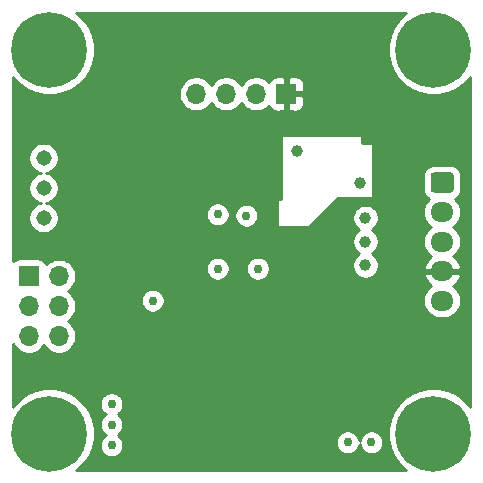
<source format=gbr>
G04 #@! TF.GenerationSoftware,KiCad,Pcbnew,(5.1.6-0-10_14)*
G04 #@! TF.CreationDate,2020-09-06T19:08:14+02:00*
G04 #@! TF.ProjectId,Tachometer pcb,54616368-6f6d-4657-9465-72207063622e,V2.0*
G04 #@! TF.SameCoordinates,Original*
G04 #@! TF.FileFunction,Copper,L3,Inr*
G04 #@! TF.FilePolarity,Positive*
%FSLAX46Y46*%
G04 Gerber Fmt 4.6, Leading zero omitted, Abs format (unit mm)*
G04 Created by KiCad (PCBNEW (5.1.6-0-10_14)) date 2020-09-06 19:08:14*
%MOMM*%
%LPD*%
G01*
G04 APERTURE LIST*
G04 #@! TA.AperFunction,ViaPad*
%ADD10C,1.308000*%
G04 #@! TD*
G04 #@! TA.AperFunction,ViaPad*
%ADD11O,1.700000X1.700000*%
G04 #@! TD*
G04 #@! TA.AperFunction,ViaPad*
%ADD12R,1.700000X1.700000*%
G04 #@! TD*
G04 #@! TA.AperFunction,ViaPad*
%ADD13O,1.950000X1.700000*%
G04 #@! TD*
G04 #@! TA.AperFunction,ViaPad*
%ADD14C,0.800000*%
G04 #@! TD*
G04 #@! TA.AperFunction,ViaPad*
%ADD15C,6.400000*%
G04 #@! TD*
G04 #@! TA.AperFunction,ViaPad*
%ADD16C,1.000000*%
G04 #@! TD*
G04 #@! TA.AperFunction,ViaPad*
%ADD17C,0.750000*%
G04 #@! TD*
G04 #@! TA.AperFunction,Conductor*
%ADD18C,0.254000*%
G04 #@! TD*
G04 APERTURE END LIST*
D10*
X138250000Y-103000000D03*
X138250000Y-97920000D03*
X138250000Y-100460000D03*
D11*
X139540000Y-113000000D03*
X137000000Y-113000000D03*
X139540000Y-110460000D03*
X137000000Y-110460000D03*
X139540000Y-107920000D03*
D12*
X137000000Y-107920000D03*
D13*
X172000000Y-110000000D03*
X172000000Y-107500000D03*
X172000000Y-105000000D03*
X172000000Y-102500000D03*
G04 #@! TA.AperFunction,ViaPad*
G36*
G01*
X171275000Y-99150000D02*
X172725000Y-99150000D01*
G75*
G02*
X172975000Y-99400000I0J-250000D01*
G01*
X172975000Y-100600000D01*
G75*
G02*
X172725000Y-100850000I-250000J0D01*
G01*
X171275000Y-100850000D01*
G75*
G02*
X171025000Y-100600000I0J250000D01*
G01*
X171025000Y-99400000D01*
G75*
G02*
X171275000Y-99150000I250000J0D01*
G01*
G37*
G04 #@! TD.AperFunction*
D11*
X151180000Y-92500000D03*
X153720000Y-92500000D03*
X156260000Y-92500000D03*
D12*
X158800000Y-92500000D03*
D14*
X140447056Y-119552944D03*
X138750000Y-118850000D03*
X137052944Y-119552944D03*
X136350000Y-121250000D03*
X137052944Y-122947056D03*
X138750000Y-123650000D03*
X140447056Y-122947056D03*
X141150000Y-121250000D03*
D15*
X138750000Y-121250000D03*
X171250000Y-121250000D03*
D14*
X173650000Y-121250000D03*
X172947056Y-122947056D03*
X171250000Y-123650000D03*
X169552944Y-122947056D03*
X168850000Y-121250000D03*
X169552944Y-119552944D03*
X171250000Y-118850000D03*
X172947056Y-119552944D03*
X172947056Y-87052944D03*
X171250000Y-86350000D03*
X169552944Y-87052944D03*
X168850000Y-88750000D03*
X169552944Y-90447056D03*
X171250000Y-91150000D03*
X172947056Y-90447056D03*
X173650000Y-88750000D03*
D15*
X171250000Y-88750000D03*
D14*
X140447056Y-87052944D03*
X138750000Y-86350000D03*
X137052944Y-87052944D03*
X136350000Y-88750000D03*
X137052944Y-90447056D03*
X138750000Y-91150000D03*
X140447056Y-90447056D03*
X141150000Y-88750000D03*
D15*
X138750000Y-88750000D03*
D16*
X159700000Y-97300000D03*
X165000000Y-100000000D03*
X165500000Y-103000000D03*
X165500000Y-105000000D03*
X165500000Y-107000000D03*
D17*
X144000000Y-118750000D03*
X144000000Y-120500000D03*
X144000000Y-122250000D03*
X166000000Y-122000000D03*
X164000000Y-122000000D03*
X143700000Y-117000000D03*
X155400000Y-102800000D03*
X147500000Y-110000000D03*
X153000000Y-102700000D03*
X163000000Y-106200000D03*
D16*
X145500000Y-110000000D03*
X147500000Y-108000000D03*
X158600000Y-112700000D03*
X156100000Y-112700000D03*
X158600000Y-115200000D03*
X153600000Y-112700000D03*
X145500000Y-105500000D03*
D17*
X163000000Y-102900000D03*
X153000000Y-107300000D03*
X156400000Y-107300000D03*
D18*
G36*
X168805330Y-85771161D02*
G01*
X168271161Y-86305330D01*
X167851467Y-86933446D01*
X167562377Y-87631372D01*
X167415000Y-88372285D01*
X167415000Y-89127715D01*
X167562377Y-89868628D01*
X167851467Y-90566554D01*
X168271161Y-91194670D01*
X168805330Y-91728839D01*
X169433446Y-92148533D01*
X170131372Y-92437623D01*
X170872285Y-92585000D01*
X171627715Y-92585000D01*
X172368628Y-92437623D01*
X173066554Y-92148533D01*
X173694670Y-91728839D01*
X174228839Y-91194670D01*
X174340000Y-91028306D01*
X174340001Y-118971695D01*
X174228839Y-118805330D01*
X173694670Y-118271161D01*
X173066554Y-117851467D01*
X172368628Y-117562377D01*
X171627715Y-117415000D01*
X170872285Y-117415000D01*
X170131372Y-117562377D01*
X169433446Y-117851467D01*
X168805330Y-118271161D01*
X168271161Y-118805330D01*
X167851467Y-119433446D01*
X167562377Y-120131372D01*
X167415000Y-120872285D01*
X167415000Y-121627715D01*
X167562377Y-122368628D01*
X167851467Y-123066554D01*
X168271161Y-123694670D01*
X168805330Y-124228839D01*
X168971694Y-124340000D01*
X141028306Y-124340000D01*
X141194670Y-124228839D01*
X141728839Y-123694670D01*
X142148533Y-123066554D01*
X142437623Y-122368628D01*
X142585000Y-121627715D01*
X142585000Y-120872285D01*
X142437623Y-120131372D01*
X142148533Y-119433446D01*
X141728839Y-118805330D01*
X141574033Y-118650524D01*
X142990000Y-118650524D01*
X142990000Y-118849476D01*
X143028814Y-119044606D01*
X143104950Y-119228414D01*
X143215482Y-119393837D01*
X143356163Y-119534518D01*
X143491579Y-119625000D01*
X143356163Y-119715482D01*
X143215482Y-119856163D01*
X143104950Y-120021586D01*
X143028814Y-120205394D01*
X142990000Y-120400524D01*
X142990000Y-120599476D01*
X143028814Y-120794606D01*
X143104950Y-120978414D01*
X143215482Y-121143837D01*
X143356163Y-121284518D01*
X143491579Y-121375000D01*
X143356163Y-121465482D01*
X143215482Y-121606163D01*
X143104950Y-121771586D01*
X143028814Y-121955394D01*
X142990000Y-122150524D01*
X142990000Y-122349476D01*
X143028814Y-122544606D01*
X143104950Y-122728414D01*
X143215482Y-122893837D01*
X143356163Y-123034518D01*
X143521586Y-123145050D01*
X143705394Y-123221186D01*
X143900524Y-123260000D01*
X144099476Y-123260000D01*
X144294606Y-123221186D01*
X144478414Y-123145050D01*
X144643837Y-123034518D01*
X144784518Y-122893837D01*
X144895050Y-122728414D01*
X144971186Y-122544606D01*
X145010000Y-122349476D01*
X145010000Y-122150524D01*
X144971186Y-121955394D01*
X144948459Y-121900524D01*
X162990000Y-121900524D01*
X162990000Y-122099476D01*
X163028814Y-122294606D01*
X163104950Y-122478414D01*
X163215482Y-122643837D01*
X163356163Y-122784518D01*
X163521586Y-122895050D01*
X163705394Y-122971186D01*
X163900524Y-123010000D01*
X164099476Y-123010000D01*
X164294606Y-122971186D01*
X164478414Y-122895050D01*
X164643837Y-122784518D01*
X164784518Y-122643837D01*
X164895050Y-122478414D01*
X164971186Y-122294606D01*
X165000000Y-122149749D01*
X165028814Y-122294606D01*
X165104950Y-122478414D01*
X165215482Y-122643837D01*
X165356163Y-122784518D01*
X165521586Y-122895050D01*
X165705394Y-122971186D01*
X165900524Y-123010000D01*
X166099476Y-123010000D01*
X166294606Y-122971186D01*
X166478414Y-122895050D01*
X166643837Y-122784518D01*
X166784518Y-122643837D01*
X166895050Y-122478414D01*
X166971186Y-122294606D01*
X167010000Y-122099476D01*
X167010000Y-121900524D01*
X166971186Y-121705394D01*
X166895050Y-121521586D01*
X166784518Y-121356163D01*
X166643837Y-121215482D01*
X166478414Y-121104950D01*
X166294606Y-121028814D01*
X166099476Y-120990000D01*
X165900524Y-120990000D01*
X165705394Y-121028814D01*
X165521586Y-121104950D01*
X165356163Y-121215482D01*
X165215482Y-121356163D01*
X165104950Y-121521586D01*
X165028814Y-121705394D01*
X165000000Y-121850251D01*
X164971186Y-121705394D01*
X164895050Y-121521586D01*
X164784518Y-121356163D01*
X164643837Y-121215482D01*
X164478414Y-121104950D01*
X164294606Y-121028814D01*
X164099476Y-120990000D01*
X163900524Y-120990000D01*
X163705394Y-121028814D01*
X163521586Y-121104950D01*
X163356163Y-121215482D01*
X163215482Y-121356163D01*
X163104950Y-121521586D01*
X163028814Y-121705394D01*
X162990000Y-121900524D01*
X144948459Y-121900524D01*
X144895050Y-121771586D01*
X144784518Y-121606163D01*
X144643837Y-121465482D01*
X144508421Y-121375000D01*
X144643837Y-121284518D01*
X144784518Y-121143837D01*
X144895050Y-120978414D01*
X144971186Y-120794606D01*
X145010000Y-120599476D01*
X145010000Y-120400524D01*
X144971186Y-120205394D01*
X144895050Y-120021586D01*
X144784518Y-119856163D01*
X144643837Y-119715482D01*
X144508421Y-119625000D01*
X144643837Y-119534518D01*
X144784518Y-119393837D01*
X144895050Y-119228414D01*
X144971186Y-119044606D01*
X145010000Y-118849476D01*
X145010000Y-118650524D01*
X144971186Y-118455394D01*
X144895050Y-118271586D01*
X144784518Y-118106163D01*
X144643837Y-117965482D01*
X144478414Y-117854950D01*
X144294606Y-117778814D01*
X144099476Y-117740000D01*
X143900524Y-117740000D01*
X143705394Y-117778814D01*
X143521586Y-117854950D01*
X143356163Y-117965482D01*
X143215482Y-118106163D01*
X143104950Y-118271586D01*
X143028814Y-118455394D01*
X142990000Y-118650524D01*
X141574033Y-118650524D01*
X141194670Y-118271161D01*
X140566554Y-117851467D01*
X139868628Y-117562377D01*
X139127715Y-117415000D01*
X138372285Y-117415000D01*
X137631372Y-117562377D01*
X136933446Y-117851467D01*
X136305330Y-118271161D01*
X135771161Y-118805330D01*
X135660000Y-118971694D01*
X135660000Y-113645445D01*
X135684010Y-113703411D01*
X135846525Y-113946632D01*
X136053368Y-114153475D01*
X136296589Y-114315990D01*
X136566842Y-114427932D01*
X136853740Y-114485000D01*
X137146260Y-114485000D01*
X137433158Y-114427932D01*
X137703411Y-114315990D01*
X137946632Y-114153475D01*
X138153475Y-113946632D01*
X138270000Y-113772240D01*
X138386525Y-113946632D01*
X138593368Y-114153475D01*
X138836589Y-114315990D01*
X139106842Y-114427932D01*
X139393740Y-114485000D01*
X139686260Y-114485000D01*
X139973158Y-114427932D01*
X140243411Y-114315990D01*
X140486632Y-114153475D01*
X140693475Y-113946632D01*
X140855990Y-113703411D01*
X140967932Y-113433158D01*
X141025000Y-113146260D01*
X141025000Y-112853740D01*
X140967932Y-112566842D01*
X140855990Y-112296589D01*
X140693475Y-112053368D01*
X140486632Y-111846525D01*
X140312240Y-111730000D01*
X140486632Y-111613475D01*
X140693475Y-111406632D01*
X140855990Y-111163411D01*
X140967932Y-110893158D01*
X141025000Y-110606260D01*
X141025000Y-110313740D01*
X140967932Y-110026842D01*
X140915610Y-109900524D01*
X146490000Y-109900524D01*
X146490000Y-110099476D01*
X146528814Y-110294606D01*
X146604950Y-110478414D01*
X146715482Y-110643837D01*
X146856163Y-110784518D01*
X147021586Y-110895050D01*
X147205394Y-110971186D01*
X147400524Y-111010000D01*
X147599476Y-111010000D01*
X147794606Y-110971186D01*
X147978414Y-110895050D01*
X148143837Y-110784518D01*
X148284518Y-110643837D01*
X148395050Y-110478414D01*
X148471186Y-110294606D01*
X148510000Y-110099476D01*
X148510000Y-110000000D01*
X170382815Y-110000000D01*
X170411487Y-110291111D01*
X170496401Y-110571034D01*
X170634294Y-110829014D01*
X170819866Y-111055134D01*
X171045986Y-111240706D01*
X171303966Y-111378599D01*
X171583889Y-111463513D01*
X171802050Y-111485000D01*
X172197950Y-111485000D01*
X172416111Y-111463513D01*
X172696034Y-111378599D01*
X172954014Y-111240706D01*
X173180134Y-111055134D01*
X173365706Y-110829014D01*
X173503599Y-110571034D01*
X173588513Y-110291111D01*
X173617185Y-110000000D01*
X173588513Y-109708889D01*
X173503599Y-109428966D01*
X173365706Y-109170986D01*
X173180134Y-108944866D01*
X172954014Y-108759294D01*
X172928278Y-108745538D01*
X173134429Y-108589049D01*
X173327496Y-108371193D01*
X173474352Y-108119858D01*
X173566476Y-107856890D01*
X173445155Y-107627000D01*
X172127000Y-107627000D01*
X172127000Y-107647000D01*
X171873000Y-107647000D01*
X171873000Y-107627000D01*
X170554845Y-107627000D01*
X170433524Y-107856890D01*
X170525648Y-108119858D01*
X170672504Y-108371193D01*
X170865571Y-108589049D01*
X171071722Y-108745538D01*
X171045986Y-108759294D01*
X170819866Y-108944866D01*
X170634294Y-109170986D01*
X170496401Y-109428966D01*
X170411487Y-109708889D01*
X170382815Y-110000000D01*
X148510000Y-110000000D01*
X148510000Y-109900524D01*
X148471186Y-109705394D01*
X148395050Y-109521586D01*
X148284518Y-109356163D01*
X148143837Y-109215482D01*
X147978414Y-109104950D01*
X147794606Y-109028814D01*
X147599476Y-108990000D01*
X147400524Y-108990000D01*
X147205394Y-109028814D01*
X147021586Y-109104950D01*
X146856163Y-109215482D01*
X146715482Y-109356163D01*
X146604950Y-109521586D01*
X146528814Y-109705394D01*
X146490000Y-109900524D01*
X140915610Y-109900524D01*
X140855990Y-109756589D01*
X140693475Y-109513368D01*
X140486632Y-109306525D01*
X140312240Y-109190000D01*
X140486632Y-109073475D01*
X140693475Y-108866632D01*
X140855990Y-108623411D01*
X140967932Y-108353158D01*
X141025000Y-108066260D01*
X141025000Y-107773740D01*
X140967932Y-107486842D01*
X140855990Y-107216589D01*
X140845256Y-107200524D01*
X151990000Y-107200524D01*
X151990000Y-107399476D01*
X152028814Y-107594606D01*
X152104950Y-107778414D01*
X152215482Y-107943837D01*
X152356163Y-108084518D01*
X152521586Y-108195050D01*
X152705394Y-108271186D01*
X152900524Y-108310000D01*
X153099476Y-108310000D01*
X153294606Y-108271186D01*
X153478414Y-108195050D01*
X153643837Y-108084518D01*
X153784518Y-107943837D01*
X153895050Y-107778414D01*
X153971186Y-107594606D01*
X154010000Y-107399476D01*
X154010000Y-107200524D01*
X155390000Y-107200524D01*
X155390000Y-107399476D01*
X155428814Y-107594606D01*
X155504950Y-107778414D01*
X155615482Y-107943837D01*
X155756163Y-108084518D01*
X155921586Y-108195050D01*
X156105394Y-108271186D01*
X156300524Y-108310000D01*
X156499476Y-108310000D01*
X156694606Y-108271186D01*
X156878414Y-108195050D01*
X157043837Y-108084518D01*
X157184518Y-107943837D01*
X157295050Y-107778414D01*
X157371186Y-107594606D01*
X157410000Y-107399476D01*
X157410000Y-107200524D01*
X157371186Y-107005394D01*
X157295050Y-106821586D01*
X157184518Y-106656163D01*
X157043837Y-106515482D01*
X156878414Y-106404950D01*
X156694606Y-106328814D01*
X156499476Y-106290000D01*
X156300524Y-106290000D01*
X156105394Y-106328814D01*
X155921586Y-106404950D01*
X155756163Y-106515482D01*
X155615482Y-106656163D01*
X155504950Y-106821586D01*
X155428814Y-107005394D01*
X155390000Y-107200524D01*
X154010000Y-107200524D01*
X153971186Y-107005394D01*
X153895050Y-106821586D01*
X153784518Y-106656163D01*
X153643837Y-106515482D01*
X153478414Y-106404950D01*
X153294606Y-106328814D01*
X153099476Y-106290000D01*
X152900524Y-106290000D01*
X152705394Y-106328814D01*
X152521586Y-106404950D01*
X152356163Y-106515482D01*
X152215482Y-106656163D01*
X152104950Y-106821586D01*
X152028814Y-107005394D01*
X151990000Y-107200524D01*
X140845256Y-107200524D01*
X140693475Y-106973368D01*
X140486632Y-106766525D01*
X140243411Y-106604010D01*
X139973158Y-106492068D01*
X139686260Y-106435000D01*
X139393740Y-106435000D01*
X139106842Y-106492068D01*
X138836589Y-106604010D01*
X138593368Y-106766525D01*
X138461513Y-106898380D01*
X138439502Y-106825820D01*
X138380537Y-106715506D01*
X138301185Y-106618815D01*
X138204494Y-106539463D01*
X138094180Y-106480498D01*
X137974482Y-106444188D01*
X137850000Y-106431928D01*
X136150000Y-106431928D01*
X136025518Y-106444188D01*
X135905820Y-106480498D01*
X135795506Y-106539463D01*
X135698815Y-106618815D01*
X135660000Y-106666111D01*
X135660000Y-97793045D01*
X136961000Y-97793045D01*
X136961000Y-98046955D01*
X137010535Y-98295987D01*
X137107703Y-98530570D01*
X137248768Y-98741690D01*
X137428310Y-98921232D01*
X137639430Y-99062297D01*
X137874013Y-99159465D01*
X138027524Y-99190000D01*
X137874013Y-99220535D01*
X137639430Y-99317703D01*
X137428310Y-99458768D01*
X137248768Y-99638310D01*
X137107703Y-99849430D01*
X137010535Y-100084013D01*
X136961000Y-100333045D01*
X136961000Y-100586955D01*
X137010535Y-100835987D01*
X137107703Y-101070570D01*
X137248768Y-101281690D01*
X137428310Y-101461232D01*
X137639430Y-101602297D01*
X137874013Y-101699465D01*
X138027524Y-101730000D01*
X137874013Y-101760535D01*
X137639430Y-101857703D01*
X137428310Y-101998768D01*
X137248768Y-102178310D01*
X137107703Y-102389430D01*
X137010535Y-102624013D01*
X136961000Y-102873045D01*
X136961000Y-103126955D01*
X137010535Y-103375987D01*
X137107703Y-103610570D01*
X137248768Y-103821690D01*
X137428310Y-104001232D01*
X137639430Y-104142297D01*
X137874013Y-104239465D01*
X138123045Y-104289000D01*
X138376955Y-104289000D01*
X138625987Y-104239465D01*
X138860570Y-104142297D01*
X139071690Y-104001232D01*
X139251232Y-103821690D01*
X139392297Y-103610570D01*
X139489465Y-103375987D01*
X139539000Y-103126955D01*
X139539000Y-102873045D01*
X139489465Y-102624013D01*
X139479736Y-102600524D01*
X151990000Y-102600524D01*
X151990000Y-102799476D01*
X152028814Y-102994606D01*
X152104950Y-103178414D01*
X152215482Y-103343837D01*
X152356163Y-103484518D01*
X152521586Y-103595050D01*
X152705394Y-103671186D01*
X152900524Y-103710000D01*
X153099476Y-103710000D01*
X153294606Y-103671186D01*
X153478414Y-103595050D01*
X153643837Y-103484518D01*
X153784518Y-103343837D01*
X153895050Y-103178414D01*
X153971186Y-102994606D01*
X154010000Y-102799476D01*
X154010000Y-102700524D01*
X154390000Y-102700524D01*
X154390000Y-102899476D01*
X154428814Y-103094606D01*
X154504950Y-103278414D01*
X154615482Y-103443837D01*
X154756163Y-103584518D01*
X154921586Y-103695050D01*
X155105394Y-103771186D01*
X155300524Y-103810000D01*
X155499476Y-103810000D01*
X155694606Y-103771186D01*
X155878414Y-103695050D01*
X156043837Y-103584518D01*
X156184518Y-103443837D01*
X156295050Y-103278414D01*
X156371186Y-103094606D01*
X156410000Y-102899476D01*
X156410000Y-102700524D01*
X156371186Y-102505394D01*
X156295050Y-102321586D01*
X156184518Y-102156163D01*
X156043837Y-102015482D01*
X155878414Y-101904950D01*
X155694606Y-101828814D01*
X155499476Y-101790000D01*
X155300524Y-101790000D01*
X155105394Y-101828814D01*
X154921586Y-101904950D01*
X154756163Y-102015482D01*
X154615482Y-102156163D01*
X154504950Y-102321586D01*
X154428814Y-102505394D01*
X154390000Y-102700524D01*
X154010000Y-102700524D01*
X154010000Y-102600524D01*
X153971186Y-102405394D01*
X153895050Y-102221586D01*
X153784518Y-102056163D01*
X153643837Y-101915482D01*
X153478414Y-101804950D01*
X153294606Y-101728814D01*
X153099476Y-101690000D01*
X152900524Y-101690000D01*
X152705394Y-101728814D01*
X152521586Y-101804950D01*
X152356163Y-101915482D01*
X152215482Y-102056163D01*
X152104950Y-102221586D01*
X152028814Y-102405394D01*
X151990000Y-102600524D01*
X139479736Y-102600524D01*
X139392297Y-102389430D01*
X139251232Y-102178310D01*
X139071690Y-101998768D01*
X138860570Y-101857703D01*
X138625987Y-101760535D01*
X138472476Y-101730000D01*
X138625987Y-101699465D01*
X138860570Y-101602297D01*
X139013669Y-101500000D01*
X157973000Y-101500000D01*
X157973000Y-103600000D01*
X157975440Y-103624776D01*
X157982667Y-103648601D01*
X157994403Y-103670557D01*
X158010197Y-103689803D01*
X158029443Y-103705597D01*
X158051399Y-103717333D01*
X158075224Y-103724560D01*
X158100000Y-103727000D01*
X160700000Y-103727000D01*
X160724776Y-103724560D01*
X160748601Y-103717333D01*
X160770557Y-103705597D01*
X160789803Y-103689803D01*
X161591394Y-102888212D01*
X164365000Y-102888212D01*
X164365000Y-103111788D01*
X164408617Y-103331067D01*
X164494176Y-103537624D01*
X164618388Y-103723520D01*
X164776480Y-103881612D01*
X164953660Y-104000000D01*
X164776480Y-104118388D01*
X164618388Y-104276480D01*
X164494176Y-104462376D01*
X164408617Y-104668933D01*
X164365000Y-104888212D01*
X164365000Y-105111788D01*
X164408617Y-105331067D01*
X164494176Y-105537624D01*
X164618388Y-105723520D01*
X164776480Y-105881612D01*
X164953660Y-106000000D01*
X164776480Y-106118388D01*
X164618388Y-106276480D01*
X164494176Y-106462376D01*
X164408617Y-106668933D01*
X164365000Y-106888212D01*
X164365000Y-107111788D01*
X164408617Y-107331067D01*
X164494176Y-107537624D01*
X164618388Y-107723520D01*
X164776480Y-107881612D01*
X164962376Y-108005824D01*
X165168933Y-108091383D01*
X165388212Y-108135000D01*
X165611788Y-108135000D01*
X165831067Y-108091383D01*
X166037624Y-108005824D01*
X166223520Y-107881612D01*
X166381612Y-107723520D01*
X166505824Y-107537624D01*
X166591383Y-107331067D01*
X166635000Y-107111788D01*
X166635000Y-106888212D01*
X166591383Y-106668933D01*
X166505824Y-106462376D01*
X166381612Y-106276480D01*
X166223520Y-106118388D01*
X166046340Y-106000000D01*
X166223520Y-105881612D01*
X166381612Y-105723520D01*
X166505824Y-105537624D01*
X166591383Y-105331067D01*
X166635000Y-105111788D01*
X166635000Y-104888212D01*
X166591383Y-104668933D01*
X166505824Y-104462376D01*
X166381612Y-104276480D01*
X166223520Y-104118388D01*
X166046340Y-104000000D01*
X166223520Y-103881612D01*
X166381612Y-103723520D01*
X166505824Y-103537624D01*
X166591383Y-103331067D01*
X166635000Y-103111788D01*
X166635000Y-102888212D01*
X166591383Y-102668933D01*
X166521409Y-102500000D01*
X170382815Y-102500000D01*
X170411487Y-102791111D01*
X170496401Y-103071034D01*
X170634294Y-103329014D01*
X170819866Y-103555134D01*
X171045986Y-103740706D01*
X171063374Y-103750000D01*
X171045986Y-103759294D01*
X170819866Y-103944866D01*
X170634294Y-104170986D01*
X170496401Y-104428966D01*
X170411487Y-104708889D01*
X170382815Y-105000000D01*
X170411487Y-105291111D01*
X170496401Y-105571034D01*
X170634294Y-105829014D01*
X170819866Y-106055134D01*
X171045986Y-106240706D01*
X171071722Y-106254462D01*
X170865571Y-106410951D01*
X170672504Y-106628807D01*
X170525648Y-106880142D01*
X170433524Y-107143110D01*
X170554845Y-107373000D01*
X171873000Y-107373000D01*
X171873000Y-107353000D01*
X172127000Y-107353000D01*
X172127000Y-107373000D01*
X173445155Y-107373000D01*
X173566476Y-107143110D01*
X173474352Y-106880142D01*
X173327496Y-106628807D01*
X173134429Y-106410951D01*
X172928278Y-106254462D01*
X172954014Y-106240706D01*
X173180134Y-106055134D01*
X173365706Y-105829014D01*
X173503599Y-105571034D01*
X173588513Y-105291111D01*
X173617185Y-105000000D01*
X173588513Y-104708889D01*
X173503599Y-104428966D01*
X173365706Y-104170986D01*
X173180134Y-103944866D01*
X172954014Y-103759294D01*
X172936626Y-103750000D01*
X172954014Y-103740706D01*
X173180134Y-103555134D01*
X173365706Y-103329014D01*
X173503599Y-103071034D01*
X173588513Y-102791111D01*
X173617185Y-102500000D01*
X173588513Y-102208889D01*
X173503599Y-101928966D01*
X173365706Y-101670986D01*
X173180134Y-101444866D01*
X173116663Y-101392777D01*
X173218386Y-101338405D01*
X173352962Y-101227962D01*
X173463405Y-101093386D01*
X173545472Y-100939850D01*
X173596008Y-100773254D01*
X173613072Y-100600000D01*
X173613072Y-99400000D01*
X173596008Y-99226746D01*
X173545472Y-99060150D01*
X173463405Y-98906614D01*
X173352962Y-98772038D01*
X173218386Y-98661595D01*
X173064850Y-98579528D01*
X172898254Y-98528992D01*
X172725000Y-98511928D01*
X171275000Y-98511928D01*
X171101746Y-98528992D01*
X170935150Y-98579528D01*
X170781614Y-98661595D01*
X170647038Y-98772038D01*
X170536595Y-98906614D01*
X170454528Y-99060150D01*
X170403992Y-99226746D01*
X170386928Y-99400000D01*
X170386928Y-100600000D01*
X170403992Y-100773254D01*
X170454528Y-100939850D01*
X170536595Y-101093386D01*
X170647038Y-101227962D01*
X170781614Y-101338405D01*
X170883337Y-101392777D01*
X170819866Y-101444866D01*
X170634294Y-101670986D01*
X170496401Y-101928966D01*
X170411487Y-102208889D01*
X170382815Y-102500000D01*
X166521409Y-102500000D01*
X166505824Y-102462376D01*
X166381612Y-102276480D01*
X166223520Y-102118388D01*
X166037624Y-101994176D01*
X165831067Y-101908617D01*
X165611788Y-101865000D01*
X165388212Y-101865000D01*
X165168933Y-101908617D01*
X164962376Y-101994176D01*
X164776480Y-102118388D01*
X164618388Y-102276480D01*
X164494176Y-102462376D01*
X164408617Y-102668933D01*
X164365000Y-102888212D01*
X161591394Y-102888212D01*
X163152606Y-101327000D01*
X166000000Y-101327000D01*
X166024776Y-101324560D01*
X166048601Y-101317333D01*
X166070557Y-101305597D01*
X166089803Y-101289803D01*
X166105597Y-101270557D01*
X166117333Y-101248601D01*
X166124560Y-101224776D01*
X166127000Y-101200000D01*
X166127000Y-100152007D01*
X166135000Y-100111788D01*
X166135000Y-99888212D01*
X166127000Y-99847993D01*
X166127000Y-96800000D01*
X166124560Y-96775224D01*
X166117333Y-96751399D01*
X166105597Y-96729443D01*
X166089803Y-96710197D01*
X166070557Y-96694403D01*
X166048601Y-96682667D01*
X166024776Y-96675440D01*
X166000000Y-96673000D01*
X165227000Y-96673000D01*
X165227000Y-96100000D01*
X165224560Y-96075224D01*
X165217333Y-96051399D01*
X165205597Y-96029443D01*
X165189803Y-96010197D01*
X165170557Y-95994403D01*
X165148601Y-95982667D01*
X165124776Y-95975440D01*
X165100000Y-95973000D01*
X158500000Y-95973000D01*
X158475224Y-95975440D01*
X158451399Y-95982667D01*
X158429443Y-95994403D01*
X158410197Y-96010197D01*
X158394403Y-96029443D01*
X158382667Y-96051399D01*
X158375440Y-96075224D01*
X158373000Y-96100000D01*
X158373000Y-101373000D01*
X158100000Y-101373000D01*
X158075224Y-101375440D01*
X158051399Y-101382667D01*
X158029443Y-101394403D01*
X158010197Y-101410197D01*
X157994403Y-101429443D01*
X157982667Y-101451399D01*
X157975440Y-101475224D01*
X157973000Y-101500000D01*
X139013669Y-101500000D01*
X139071690Y-101461232D01*
X139251232Y-101281690D01*
X139392297Y-101070570D01*
X139489465Y-100835987D01*
X139539000Y-100586955D01*
X139539000Y-100333045D01*
X139489465Y-100084013D01*
X139392297Y-99849430D01*
X139251232Y-99638310D01*
X139071690Y-99458768D01*
X138860570Y-99317703D01*
X138625987Y-99220535D01*
X138472476Y-99190000D01*
X138625987Y-99159465D01*
X138860570Y-99062297D01*
X139071690Y-98921232D01*
X139251232Y-98741690D01*
X139392297Y-98530570D01*
X139489465Y-98295987D01*
X139539000Y-98046955D01*
X139539000Y-97793045D01*
X139489465Y-97544013D01*
X139392297Y-97309430D01*
X139251232Y-97098310D01*
X139071690Y-96918768D01*
X138860570Y-96777703D01*
X138625987Y-96680535D01*
X138376955Y-96631000D01*
X138123045Y-96631000D01*
X137874013Y-96680535D01*
X137639430Y-96777703D01*
X137428310Y-96918768D01*
X137248768Y-97098310D01*
X137107703Y-97309430D01*
X137010535Y-97544013D01*
X136961000Y-97793045D01*
X135660000Y-97793045D01*
X135660000Y-91028306D01*
X135771161Y-91194670D01*
X136305330Y-91728839D01*
X136933446Y-92148533D01*
X137631372Y-92437623D01*
X138372285Y-92585000D01*
X139127715Y-92585000D01*
X139868628Y-92437623D01*
X140071139Y-92353740D01*
X149695000Y-92353740D01*
X149695000Y-92646260D01*
X149752068Y-92933158D01*
X149864010Y-93203411D01*
X150026525Y-93446632D01*
X150233368Y-93653475D01*
X150476589Y-93815990D01*
X150746842Y-93927932D01*
X151033740Y-93985000D01*
X151326260Y-93985000D01*
X151613158Y-93927932D01*
X151883411Y-93815990D01*
X152126632Y-93653475D01*
X152333475Y-93446632D01*
X152450000Y-93272240D01*
X152566525Y-93446632D01*
X152773368Y-93653475D01*
X153016589Y-93815990D01*
X153286842Y-93927932D01*
X153573740Y-93985000D01*
X153866260Y-93985000D01*
X154153158Y-93927932D01*
X154423411Y-93815990D01*
X154666632Y-93653475D01*
X154873475Y-93446632D01*
X154990000Y-93272240D01*
X155106525Y-93446632D01*
X155313368Y-93653475D01*
X155556589Y-93815990D01*
X155826842Y-93927932D01*
X156113740Y-93985000D01*
X156406260Y-93985000D01*
X156693158Y-93927932D01*
X156963411Y-93815990D01*
X157206632Y-93653475D01*
X157338487Y-93521620D01*
X157360498Y-93594180D01*
X157419463Y-93704494D01*
X157498815Y-93801185D01*
X157595506Y-93880537D01*
X157705820Y-93939502D01*
X157825518Y-93975812D01*
X157950000Y-93988072D01*
X158514250Y-93985000D01*
X158673000Y-93826250D01*
X158673000Y-92627000D01*
X158927000Y-92627000D01*
X158927000Y-93826250D01*
X159085750Y-93985000D01*
X159650000Y-93988072D01*
X159774482Y-93975812D01*
X159894180Y-93939502D01*
X160004494Y-93880537D01*
X160101185Y-93801185D01*
X160180537Y-93704494D01*
X160239502Y-93594180D01*
X160275812Y-93474482D01*
X160288072Y-93350000D01*
X160285000Y-92785750D01*
X160126250Y-92627000D01*
X158927000Y-92627000D01*
X158673000Y-92627000D01*
X158653000Y-92627000D01*
X158653000Y-92373000D01*
X158673000Y-92373000D01*
X158673000Y-91173750D01*
X158927000Y-91173750D01*
X158927000Y-92373000D01*
X160126250Y-92373000D01*
X160285000Y-92214250D01*
X160288072Y-91650000D01*
X160275812Y-91525518D01*
X160239502Y-91405820D01*
X160180537Y-91295506D01*
X160101185Y-91198815D01*
X160004494Y-91119463D01*
X159894180Y-91060498D01*
X159774482Y-91024188D01*
X159650000Y-91011928D01*
X159085750Y-91015000D01*
X158927000Y-91173750D01*
X158673000Y-91173750D01*
X158514250Y-91015000D01*
X157950000Y-91011928D01*
X157825518Y-91024188D01*
X157705820Y-91060498D01*
X157595506Y-91119463D01*
X157498815Y-91198815D01*
X157419463Y-91295506D01*
X157360498Y-91405820D01*
X157338487Y-91478380D01*
X157206632Y-91346525D01*
X156963411Y-91184010D01*
X156693158Y-91072068D01*
X156406260Y-91015000D01*
X156113740Y-91015000D01*
X155826842Y-91072068D01*
X155556589Y-91184010D01*
X155313368Y-91346525D01*
X155106525Y-91553368D01*
X154990000Y-91727760D01*
X154873475Y-91553368D01*
X154666632Y-91346525D01*
X154423411Y-91184010D01*
X154153158Y-91072068D01*
X153866260Y-91015000D01*
X153573740Y-91015000D01*
X153286842Y-91072068D01*
X153016589Y-91184010D01*
X152773368Y-91346525D01*
X152566525Y-91553368D01*
X152450000Y-91727760D01*
X152333475Y-91553368D01*
X152126632Y-91346525D01*
X151883411Y-91184010D01*
X151613158Y-91072068D01*
X151326260Y-91015000D01*
X151033740Y-91015000D01*
X150746842Y-91072068D01*
X150476589Y-91184010D01*
X150233368Y-91346525D01*
X150026525Y-91553368D01*
X149864010Y-91796589D01*
X149752068Y-92066842D01*
X149695000Y-92353740D01*
X140071139Y-92353740D01*
X140566554Y-92148533D01*
X141194670Y-91728839D01*
X141728839Y-91194670D01*
X142148533Y-90566554D01*
X142437623Y-89868628D01*
X142585000Y-89127715D01*
X142585000Y-88372285D01*
X142437623Y-87631372D01*
X142148533Y-86933446D01*
X141728839Y-86305330D01*
X141194670Y-85771161D01*
X141028306Y-85660000D01*
X168971694Y-85660000D01*
X168805330Y-85771161D01*
G37*
X168805330Y-85771161D02*
X168271161Y-86305330D01*
X167851467Y-86933446D01*
X167562377Y-87631372D01*
X167415000Y-88372285D01*
X167415000Y-89127715D01*
X167562377Y-89868628D01*
X167851467Y-90566554D01*
X168271161Y-91194670D01*
X168805330Y-91728839D01*
X169433446Y-92148533D01*
X170131372Y-92437623D01*
X170872285Y-92585000D01*
X171627715Y-92585000D01*
X172368628Y-92437623D01*
X173066554Y-92148533D01*
X173694670Y-91728839D01*
X174228839Y-91194670D01*
X174340000Y-91028306D01*
X174340001Y-118971695D01*
X174228839Y-118805330D01*
X173694670Y-118271161D01*
X173066554Y-117851467D01*
X172368628Y-117562377D01*
X171627715Y-117415000D01*
X170872285Y-117415000D01*
X170131372Y-117562377D01*
X169433446Y-117851467D01*
X168805330Y-118271161D01*
X168271161Y-118805330D01*
X167851467Y-119433446D01*
X167562377Y-120131372D01*
X167415000Y-120872285D01*
X167415000Y-121627715D01*
X167562377Y-122368628D01*
X167851467Y-123066554D01*
X168271161Y-123694670D01*
X168805330Y-124228839D01*
X168971694Y-124340000D01*
X141028306Y-124340000D01*
X141194670Y-124228839D01*
X141728839Y-123694670D01*
X142148533Y-123066554D01*
X142437623Y-122368628D01*
X142585000Y-121627715D01*
X142585000Y-120872285D01*
X142437623Y-120131372D01*
X142148533Y-119433446D01*
X141728839Y-118805330D01*
X141574033Y-118650524D01*
X142990000Y-118650524D01*
X142990000Y-118849476D01*
X143028814Y-119044606D01*
X143104950Y-119228414D01*
X143215482Y-119393837D01*
X143356163Y-119534518D01*
X143491579Y-119625000D01*
X143356163Y-119715482D01*
X143215482Y-119856163D01*
X143104950Y-120021586D01*
X143028814Y-120205394D01*
X142990000Y-120400524D01*
X142990000Y-120599476D01*
X143028814Y-120794606D01*
X143104950Y-120978414D01*
X143215482Y-121143837D01*
X143356163Y-121284518D01*
X143491579Y-121375000D01*
X143356163Y-121465482D01*
X143215482Y-121606163D01*
X143104950Y-121771586D01*
X143028814Y-121955394D01*
X142990000Y-122150524D01*
X142990000Y-122349476D01*
X143028814Y-122544606D01*
X143104950Y-122728414D01*
X143215482Y-122893837D01*
X143356163Y-123034518D01*
X143521586Y-123145050D01*
X143705394Y-123221186D01*
X143900524Y-123260000D01*
X144099476Y-123260000D01*
X144294606Y-123221186D01*
X144478414Y-123145050D01*
X144643837Y-123034518D01*
X144784518Y-122893837D01*
X144895050Y-122728414D01*
X144971186Y-122544606D01*
X145010000Y-122349476D01*
X145010000Y-122150524D01*
X144971186Y-121955394D01*
X144948459Y-121900524D01*
X162990000Y-121900524D01*
X162990000Y-122099476D01*
X163028814Y-122294606D01*
X163104950Y-122478414D01*
X163215482Y-122643837D01*
X163356163Y-122784518D01*
X163521586Y-122895050D01*
X163705394Y-122971186D01*
X163900524Y-123010000D01*
X164099476Y-123010000D01*
X164294606Y-122971186D01*
X164478414Y-122895050D01*
X164643837Y-122784518D01*
X164784518Y-122643837D01*
X164895050Y-122478414D01*
X164971186Y-122294606D01*
X165000000Y-122149749D01*
X165028814Y-122294606D01*
X165104950Y-122478414D01*
X165215482Y-122643837D01*
X165356163Y-122784518D01*
X165521586Y-122895050D01*
X165705394Y-122971186D01*
X165900524Y-123010000D01*
X166099476Y-123010000D01*
X166294606Y-122971186D01*
X166478414Y-122895050D01*
X166643837Y-122784518D01*
X166784518Y-122643837D01*
X166895050Y-122478414D01*
X166971186Y-122294606D01*
X167010000Y-122099476D01*
X167010000Y-121900524D01*
X166971186Y-121705394D01*
X166895050Y-121521586D01*
X166784518Y-121356163D01*
X166643837Y-121215482D01*
X166478414Y-121104950D01*
X166294606Y-121028814D01*
X166099476Y-120990000D01*
X165900524Y-120990000D01*
X165705394Y-121028814D01*
X165521586Y-121104950D01*
X165356163Y-121215482D01*
X165215482Y-121356163D01*
X165104950Y-121521586D01*
X165028814Y-121705394D01*
X165000000Y-121850251D01*
X164971186Y-121705394D01*
X164895050Y-121521586D01*
X164784518Y-121356163D01*
X164643837Y-121215482D01*
X164478414Y-121104950D01*
X164294606Y-121028814D01*
X164099476Y-120990000D01*
X163900524Y-120990000D01*
X163705394Y-121028814D01*
X163521586Y-121104950D01*
X163356163Y-121215482D01*
X163215482Y-121356163D01*
X163104950Y-121521586D01*
X163028814Y-121705394D01*
X162990000Y-121900524D01*
X144948459Y-121900524D01*
X144895050Y-121771586D01*
X144784518Y-121606163D01*
X144643837Y-121465482D01*
X144508421Y-121375000D01*
X144643837Y-121284518D01*
X144784518Y-121143837D01*
X144895050Y-120978414D01*
X144971186Y-120794606D01*
X145010000Y-120599476D01*
X145010000Y-120400524D01*
X144971186Y-120205394D01*
X144895050Y-120021586D01*
X144784518Y-119856163D01*
X144643837Y-119715482D01*
X144508421Y-119625000D01*
X144643837Y-119534518D01*
X144784518Y-119393837D01*
X144895050Y-119228414D01*
X144971186Y-119044606D01*
X145010000Y-118849476D01*
X145010000Y-118650524D01*
X144971186Y-118455394D01*
X144895050Y-118271586D01*
X144784518Y-118106163D01*
X144643837Y-117965482D01*
X144478414Y-117854950D01*
X144294606Y-117778814D01*
X144099476Y-117740000D01*
X143900524Y-117740000D01*
X143705394Y-117778814D01*
X143521586Y-117854950D01*
X143356163Y-117965482D01*
X143215482Y-118106163D01*
X143104950Y-118271586D01*
X143028814Y-118455394D01*
X142990000Y-118650524D01*
X141574033Y-118650524D01*
X141194670Y-118271161D01*
X140566554Y-117851467D01*
X139868628Y-117562377D01*
X139127715Y-117415000D01*
X138372285Y-117415000D01*
X137631372Y-117562377D01*
X136933446Y-117851467D01*
X136305330Y-118271161D01*
X135771161Y-118805330D01*
X135660000Y-118971694D01*
X135660000Y-113645445D01*
X135684010Y-113703411D01*
X135846525Y-113946632D01*
X136053368Y-114153475D01*
X136296589Y-114315990D01*
X136566842Y-114427932D01*
X136853740Y-114485000D01*
X137146260Y-114485000D01*
X137433158Y-114427932D01*
X137703411Y-114315990D01*
X137946632Y-114153475D01*
X138153475Y-113946632D01*
X138270000Y-113772240D01*
X138386525Y-113946632D01*
X138593368Y-114153475D01*
X138836589Y-114315990D01*
X139106842Y-114427932D01*
X139393740Y-114485000D01*
X139686260Y-114485000D01*
X139973158Y-114427932D01*
X140243411Y-114315990D01*
X140486632Y-114153475D01*
X140693475Y-113946632D01*
X140855990Y-113703411D01*
X140967932Y-113433158D01*
X141025000Y-113146260D01*
X141025000Y-112853740D01*
X140967932Y-112566842D01*
X140855990Y-112296589D01*
X140693475Y-112053368D01*
X140486632Y-111846525D01*
X140312240Y-111730000D01*
X140486632Y-111613475D01*
X140693475Y-111406632D01*
X140855990Y-111163411D01*
X140967932Y-110893158D01*
X141025000Y-110606260D01*
X141025000Y-110313740D01*
X140967932Y-110026842D01*
X140915610Y-109900524D01*
X146490000Y-109900524D01*
X146490000Y-110099476D01*
X146528814Y-110294606D01*
X146604950Y-110478414D01*
X146715482Y-110643837D01*
X146856163Y-110784518D01*
X147021586Y-110895050D01*
X147205394Y-110971186D01*
X147400524Y-111010000D01*
X147599476Y-111010000D01*
X147794606Y-110971186D01*
X147978414Y-110895050D01*
X148143837Y-110784518D01*
X148284518Y-110643837D01*
X148395050Y-110478414D01*
X148471186Y-110294606D01*
X148510000Y-110099476D01*
X148510000Y-110000000D01*
X170382815Y-110000000D01*
X170411487Y-110291111D01*
X170496401Y-110571034D01*
X170634294Y-110829014D01*
X170819866Y-111055134D01*
X171045986Y-111240706D01*
X171303966Y-111378599D01*
X171583889Y-111463513D01*
X171802050Y-111485000D01*
X172197950Y-111485000D01*
X172416111Y-111463513D01*
X172696034Y-111378599D01*
X172954014Y-111240706D01*
X173180134Y-111055134D01*
X173365706Y-110829014D01*
X173503599Y-110571034D01*
X173588513Y-110291111D01*
X173617185Y-110000000D01*
X173588513Y-109708889D01*
X173503599Y-109428966D01*
X173365706Y-109170986D01*
X173180134Y-108944866D01*
X172954014Y-108759294D01*
X172928278Y-108745538D01*
X173134429Y-108589049D01*
X173327496Y-108371193D01*
X173474352Y-108119858D01*
X173566476Y-107856890D01*
X173445155Y-107627000D01*
X172127000Y-107627000D01*
X172127000Y-107647000D01*
X171873000Y-107647000D01*
X171873000Y-107627000D01*
X170554845Y-107627000D01*
X170433524Y-107856890D01*
X170525648Y-108119858D01*
X170672504Y-108371193D01*
X170865571Y-108589049D01*
X171071722Y-108745538D01*
X171045986Y-108759294D01*
X170819866Y-108944866D01*
X170634294Y-109170986D01*
X170496401Y-109428966D01*
X170411487Y-109708889D01*
X170382815Y-110000000D01*
X148510000Y-110000000D01*
X148510000Y-109900524D01*
X148471186Y-109705394D01*
X148395050Y-109521586D01*
X148284518Y-109356163D01*
X148143837Y-109215482D01*
X147978414Y-109104950D01*
X147794606Y-109028814D01*
X147599476Y-108990000D01*
X147400524Y-108990000D01*
X147205394Y-109028814D01*
X147021586Y-109104950D01*
X146856163Y-109215482D01*
X146715482Y-109356163D01*
X146604950Y-109521586D01*
X146528814Y-109705394D01*
X146490000Y-109900524D01*
X140915610Y-109900524D01*
X140855990Y-109756589D01*
X140693475Y-109513368D01*
X140486632Y-109306525D01*
X140312240Y-109190000D01*
X140486632Y-109073475D01*
X140693475Y-108866632D01*
X140855990Y-108623411D01*
X140967932Y-108353158D01*
X141025000Y-108066260D01*
X141025000Y-107773740D01*
X140967932Y-107486842D01*
X140855990Y-107216589D01*
X140845256Y-107200524D01*
X151990000Y-107200524D01*
X151990000Y-107399476D01*
X152028814Y-107594606D01*
X152104950Y-107778414D01*
X152215482Y-107943837D01*
X152356163Y-108084518D01*
X152521586Y-108195050D01*
X152705394Y-108271186D01*
X152900524Y-108310000D01*
X153099476Y-108310000D01*
X153294606Y-108271186D01*
X153478414Y-108195050D01*
X153643837Y-108084518D01*
X153784518Y-107943837D01*
X153895050Y-107778414D01*
X153971186Y-107594606D01*
X154010000Y-107399476D01*
X154010000Y-107200524D01*
X155390000Y-107200524D01*
X155390000Y-107399476D01*
X155428814Y-107594606D01*
X155504950Y-107778414D01*
X155615482Y-107943837D01*
X155756163Y-108084518D01*
X155921586Y-108195050D01*
X156105394Y-108271186D01*
X156300524Y-108310000D01*
X156499476Y-108310000D01*
X156694606Y-108271186D01*
X156878414Y-108195050D01*
X157043837Y-108084518D01*
X157184518Y-107943837D01*
X157295050Y-107778414D01*
X157371186Y-107594606D01*
X157410000Y-107399476D01*
X157410000Y-107200524D01*
X157371186Y-107005394D01*
X157295050Y-106821586D01*
X157184518Y-106656163D01*
X157043837Y-106515482D01*
X156878414Y-106404950D01*
X156694606Y-106328814D01*
X156499476Y-106290000D01*
X156300524Y-106290000D01*
X156105394Y-106328814D01*
X155921586Y-106404950D01*
X155756163Y-106515482D01*
X155615482Y-106656163D01*
X155504950Y-106821586D01*
X155428814Y-107005394D01*
X155390000Y-107200524D01*
X154010000Y-107200524D01*
X153971186Y-107005394D01*
X153895050Y-106821586D01*
X153784518Y-106656163D01*
X153643837Y-106515482D01*
X153478414Y-106404950D01*
X153294606Y-106328814D01*
X153099476Y-106290000D01*
X152900524Y-106290000D01*
X152705394Y-106328814D01*
X152521586Y-106404950D01*
X152356163Y-106515482D01*
X152215482Y-106656163D01*
X152104950Y-106821586D01*
X152028814Y-107005394D01*
X151990000Y-107200524D01*
X140845256Y-107200524D01*
X140693475Y-106973368D01*
X140486632Y-106766525D01*
X140243411Y-106604010D01*
X139973158Y-106492068D01*
X139686260Y-106435000D01*
X139393740Y-106435000D01*
X139106842Y-106492068D01*
X138836589Y-106604010D01*
X138593368Y-106766525D01*
X138461513Y-106898380D01*
X138439502Y-106825820D01*
X138380537Y-106715506D01*
X138301185Y-106618815D01*
X138204494Y-106539463D01*
X138094180Y-106480498D01*
X137974482Y-106444188D01*
X137850000Y-106431928D01*
X136150000Y-106431928D01*
X136025518Y-106444188D01*
X135905820Y-106480498D01*
X135795506Y-106539463D01*
X135698815Y-106618815D01*
X135660000Y-106666111D01*
X135660000Y-97793045D01*
X136961000Y-97793045D01*
X136961000Y-98046955D01*
X137010535Y-98295987D01*
X137107703Y-98530570D01*
X137248768Y-98741690D01*
X137428310Y-98921232D01*
X137639430Y-99062297D01*
X137874013Y-99159465D01*
X138027524Y-99190000D01*
X137874013Y-99220535D01*
X137639430Y-99317703D01*
X137428310Y-99458768D01*
X137248768Y-99638310D01*
X137107703Y-99849430D01*
X137010535Y-100084013D01*
X136961000Y-100333045D01*
X136961000Y-100586955D01*
X137010535Y-100835987D01*
X137107703Y-101070570D01*
X137248768Y-101281690D01*
X137428310Y-101461232D01*
X137639430Y-101602297D01*
X137874013Y-101699465D01*
X138027524Y-101730000D01*
X137874013Y-101760535D01*
X137639430Y-101857703D01*
X137428310Y-101998768D01*
X137248768Y-102178310D01*
X137107703Y-102389430D01*
X137010535Y-102624013D01*
X136961000Y-102873045D01*
X136961000Y-103126955D01*
X137010535Y-103375987D01*
X137107703Y-103610570D01*
X137248768Y-103821690D01*
X137428310Y-104001232D01*
X137639430Y-104142297D01*
X137874013Y-104239465D01*
X138123045Y-104289000D01*
X138376955Y-104289000D01*
X138625987Y-104239465D01*
X138860570Y-104142297D01*
X139071690Y-104001232D01*
X139251232Y-103821690D01*
X139392297Y-103610570D01*
X139489465Y-103375987D01*
X139539000Y-103126955D01*
X139539000Y-102873045D01*
X139489465Y-102624013D01*
X139479736Y-102600524D01*
X151990000Y-102600524D01*
X151990000Y-102799476D01*
X152028814Y-102994606D01*
X152104950Y-103178414D01*
X152215482Y-103343837D01*
X152356163Y-103484518D01*
X152521586Y-103595050D01*
X152705394Y-103671186D01*
X152900524Y-103710000D01*
X153099476Y-103710000D01*
X153294606Y-103671186D01*
X153478414Y-103595050D01*
X153643837Y-103484518D01*
X153784518Y-103343837D01*
X153895050Y-103178414D01*
X153971186Y-102994606D01*
X154010000Y-102799476D01*
X154010000Y-102700524D01*
X154390000Y-102700524D01*
X154390000Y-102899476D01*
X154428814Y-103094606D01*
X154504950Y-103278414D01*
X154615482Y-103443837D01*
X154756163Y-103584518D01*
X154921586Y-103695050D01*
X155105394Y-103771186D01*
X155300524Y-103810000D01*
X155499476Y-103810000D01*
X155694606Y-103771186D01*
X155878414Y-103695050D01*
X156043837Y-103584518D01*
X156184518Y-103443837D01*
X156295050Y-103278414D01*
X156371186Y-103094606D01*
X156410000Y-102899476D01*
X156410000Y-102700524D01*
X156371186Y-102505394D01*
X156295050Y-102321586D01*
X156184518Y-102156163D01*
X156043837Y-102015482D01*
X155878414Y-101904950D01*
X155694606Y-101828814D01*
X155499476Y-101790000D01*
X155300524Y-101790000D01*
X155105394Y-101828814D01*
X154921586Y-101904950D01*
X154756163Y-102015482D01*
X154615482Y-102156163D01*
X154504950Y-102321586D01*
X154428814Y-102505394D01*
X154390000Y-102700524D01*
X154010000Y-102700524D01*
X154010000Y-102600524D01*
X153971186Y-102405394D01*
X153895050Y-102221586D01*
X153784518Y-102056163D01*
X153643837Y-101915482D01*
X153478414Y-101804950D01*
X153294606Y-101728814D01*
X153099476Y-101690000D01*
X152900524Y-101690000D01*
X152705394Y-101728814D01*
X152521586Y-101804950D01*
X152356163Y-101915482D01*
X152215482Y-102056163D01*
X152104950Y-102221586D01*
X152028814Y-102405394D01*
X151990000Y-102600524D01*
X139479736Y-102600524D01*
X139392297Y-102389430D01*
X139251232Y-102178310D01*
X139071690Y-101998768D01*
X138860570Y-101857703D01*
X138625987Y-101760535D01*
X138472476Y-101730000D01*
X138625987Y-101699465D01*
X138860570Y-101602297D01*
X139013669Y-101500000D01*
X157973000Y-101500000D01*
X157973000Y-103600000D01*
X157975440Y-103624776D01*
X157982667Y-103648601D01*
X157994403Y-103670557D01*
X158010197Y-103689803D01*
X158029443Y-103705597D01*
X158051399Y-103717333D01*
X158075224Y-103724560D01*
X158100000Y-103727000D01*
X160700000Y-103727000D01*
X160724776Y-103724560D01*
X160748601Y-103717333D01*
X160770557Y-103705597D01*
X160789803Y-103689803D01*
X161591394Y-102888212D01*
X164365000Y-102888212D01*
X164365000Y-103111788D01*
X164408617Y-103331067D01*
X164494176Y-103537624D01*
X164618388Y-103723520D01*
X164776480Y-103881612D01*
X164953660Y-104000000D01*
X164776480Y-104118388D01*
X164618388Y-104276480D01*
X164494176Y-104462376D01*
X164408617Y-104668933D01*
X164365000Y-104888212D01*
X164365000Y-105111788D01*
X164408617Y-105331067D01*
X164494176Y-105537624D01*
X164618388Y-105723520D01*
X164776480Y-105881612D01*
X164953660Y-106000000D01*
X164776480Y-106118388D01*
X164618388Y-106276480D01*
X164494176Y-106462376D01*
X164408617Y-106668933D01*
X164365000Y-106888212D01*
X164365000Y-107111788D01*
X164408617Y-107331067D01*
X164494176Y-107537624D01*
X164618388Y-107723520D01*
X164776480Y-107881612D01*
X164962376Y-108005824D01*
X165168933Y-108091383D01*
X165388212Y-108135000D01*
X165611788Y-108135000D01*
X165831067Y-108091383D01*
X166037624Y-108005824D01*
X166223520Y-107881612D01*
X166381612Y-107723520D01*
X166505824Y-107537624D01*
X166591383Y-107331067D01*
X166635000Y-107111788D01*
X166635000Y-106888212D01*
X166591383Y-106668933D01*
X166505824Y-106462376D01*
X166381612Y-106276480D01*
X166223520Y-106118388D01*
X166046340Y-106000000D01*
X166223520Y-105881612D01*
X166381612Y-105723520D01*
X166505824Y-105537624D01*
X166591383Y-105331067D01*
X166635000Y-105111788D01*
X166635000Y-104888212D01*
X166591383Y-104668933D01*
X166505824Y-104462376D01*
X166381612Y-104276480D01*
X166223520Y-104118388D01*
X166046340Y-104000000D01*
X166223520Y-103881612D01*
X166381612Y-103723520D01*
X166505824Y-103537624D01*
X166591383Y-103331067D01*
X166635000Y-103111788D01*
X166635000Y-102888212D01*
X166591383Y-102668933D01*
X166521409Y-102500000D01*
X170382815Y-102500000D01*
X170411487Y-102791111D01*
X170496401Y-103071034D01*
X170634294Y-103329014D01*
X170819866Y-103555134D01*
X171045986Y-103740706D01*
X171063374Y-103750000D01*
X171045986Y-103759294D01*
X170819866Y-103944866D01*
X170634294Y-104170986D01*
X170496401Y-104428966D01*
X170411487Y-104708889D01*
X170382815Y-105000000D01*
X170411487Y-105291111D01*
X170496401Y-105571034D01*
X170634294Y-105829014D01*
X170819866Y-106055134D01*
X171045986Y-106240706D01*
X171071722Y-106254462D01*
X170865571Y-106410951D01*
X170672504Y-106628807D01*
X170525648Y-106880142D01*
X170433524Y-107143110D01*
X170554845Y-107373000D01*
X171873000Y-107373000D01*
X171873000Y-107353000D01*
X172127000Y-107353000D01*
X172127000Y-107373000D01*
X173445155Y-107373000D01*
X173566476Y-107143110D01*
X173474352Y-106880142D01*
X173327496Y-106628807D01*
X173134429Y-106410951D01*
X172928278Y-106254462D01*
X172954014Y-106240706D01*
X173180134Y-106055134D01*
X173365706Y-105829014D01*
X173503599Y-105571034D01*
X173588513Y-105291111D01*
X173617185Y-105000000D01*
X173588513Y-104708889D01*
X173503599Y-104428966D01*
X173365706Y-104170986D01*
X173180134Y-103944866D01*
X172954014Y-103759294D01*
X172936626Y-103750000D01*
X172954014Y-103740706D01*
X173180134Y-103555134D01*
X173365706Y-103329014D01*
X173503599Y-103071034D01*
X173588513Y-102791111D01*
X173617185Y-102500000D01*
X173588513Y-102208889D01*
X173503599Y-101928966D01*
X173365706Y-101670986D01*
X173180134Y-101444866D01*
X173116663Y-101392777D01*
X173218386Y-101338405D01*
X173352962Y-101227962D01*
X173463405Y-101093386D01*
X173545472Y-100939850D01*
X173596008Y-100773254D01*
X173613072Y-100600000D01*
X173613072Y-99400000D01*
X173596008Y-99226746D01*
X173545472Y-99060150D01*
X173463405Y-98906614D01*
X173352962Y-98772038D01*
X173218386Y-98661595D01*
X173064850Y-98579528D01*
X172898254Y-98528992D01*
X172725000Y-98511928D01*
X171275000Y-98511928D01*
X171101746Y-98528992D01*
X170935150Y-98579528D01*
X170781614Y-98661595D01*
X170647038Y-98772038D01*
X170536595Y-98906614D01*
X170454528Y-99060150D01*
X170403992Y-99226746D01*
X170386928Y-99400000D01*
X170386928Y-100600000D01*
X170403992Y-100773254D01*
X170454528Y-100939850D01*
X170536595Y-101093386D01*
X170647038Y-101227962D01*
X170781614Y-101338405D01*
X170883337Y-101392777D01*
X170819866Y-101444866D01*
X170634294Y-101670986D01*
X170496401Y-101928966D01*
X170411487Y-102208889D01*
X170382815Y-102500000D01*
X166521409Y-102500000D01*
X166505824Y-102462376D01*
X166381612Y-102276480D01*
X166223520Y-102118388D01*
X166037624Y-101994176D01*
X165831067Y-101908617D01*
X165611788Y-101865000D01*
X165388212Y-101865000D01*
X165168933Y-101908617D01*
X164962376Y-101994176D01*
X164776480Y-102118388D01*
X164618388Y-102276480D01*
X164494176Y-102462376D01*
X164408617Y-102668933D01*
X164365000Y-102888212D01*
X161591394Y-102888212D01*
X163152606Y-101327000D01*
X166000000Y-101327000D01*
X166024776Y-101324560D01*
X166048601Y-101317333D01*
X166070557Y-101305597D01*
X166089803Y-101289803D01*
X166105597Y-101270557D01*
X166117333Y-101248601D01*
X166124560Y-101224776D01*
X166127000Y-101200000D01*
X166127000Y-100152007D01*
X166135000Y-100111788D01*
X166135000Y-99888212D01*
X166127000Y-99847993D01*
X166127000Y-96800000D01*
X166124560Y-96775224D01*
X166117333Y-96751399D01*
X166105597Y-96729443D01*
X166089803Y-96710197D01*
X166070557Y-96694403D01*
X166048601Y-96682667D01*
X166024776Y-96675440D01*
X166000000Y-96673000D01*
X165227000Y-96673000D01*
X165227000Y-96100000D01*
X165224560Y-96075224D01*
X165217333Y-96051399D01*
X165205597Y-96029443D01*
X165189803Y-96010197D01*
X165170557Y-95994403D01*
X165148601Y-95982667D01*
X165124776Y-95975440D01*
X165100000Y-95973000D01*
X158500000Y-95973000D01*
X158475224Y-95975440D01*
X158451399Y-95982667D01*
X158429443Y-95994403D01*
X158410197Y-96010197D01*
X158394403Y-96029443D01*
X158382667Y-96051399D01*
X158375440Y-96075224D01*
X158373000Y-96100000D01*
X158373000Y-101373000D01*
X158100000Y-101373000D01*
X158075224Y-101375440D01*
X158051399Y-101382667D01*
X158029443Y-101394403D01*
X158010197Y-101410197D01*
X157994403Y-101429443D01*
X157982667Y-101451399D01*
X157975440Y-101475224D01*
X157973000Y-101500000D01*
X139013669Y-101500000D01*
X139071690Y-101461232D01*
X139251232Y-101281690D01*
X139392297Y-101070570D01*
X139489465Y-100835987D01*
X139539000Y-100586955D01*
X139539000Y-100333045D01*
X139489465Y-100084013D01*
X139392297Y-99849430D01*
X139251232Y-99638310D01*
X139071690Y-99458768D01*
X138860570Y-99317703D01*
X138625987Y-99220535D01*
X138472476Y-99190000D01*
X138625987Y-99159465D01*
X138860570Y-99062297D01*
X139071690Y-98921232D01*
X139251232Y-98741690D01*
X139392297Y-98530570D01*
X139489465Y-98295987D01*
X139539000Y-98046955D01*
X139539000Y-97793045D01*
X139489465Y-97544013D01*
X139392297Y-97309430D01*
X139251232Y-97098310D01*
X139071690Y-96918768D01*
X138860570Y-96777703D01*
X138625987Y-96680535D01*
X138376955Y-96631000D01*
X138123045Y-96631000D01*
X137874013Y-96680535D01*
X137639430Y-96777703D01*
X137428310Y-96918768D01*
X137248768Y-97098310D01*
X137107703Y-97309430D01*
X137010535Y-97544013D01*
X136961000Y-97793045D01*
X135660000Y-97793045D01*
X135660000Y-91028306D01*
X135771161Y-91194670D01*
X136305330Y-91728839D01*
X136933446Y-92148533D01*
X137631372Y-92437623D01*
X138372285Y-92585000D01*
X139127715Y-92585000D01*
X139868628Y-92437623D01*
X140071139Y-92353740D01*
X149695000Y-92353740D01*
X149695000Y-92646260D01*
X149752068Y-92933158D01*
X149864010Y-93203411D01*
X150026525Y-93446632D01*
X150233368Y-93653475D01*
X150476589Y-93815990D01*
X150746842Y-93927932D01*
X151033740Y-93985000D01*
X151326260Y-93985000D01*
X151613158Y-93927932D01*
X151883411Y-93815990D01*
X152126632Y-93653475D01*
X152333475Y-93446632D01*
X152450000Y-93272240D01*
X152566525Y-93446632D01*
X152773368Y-93653475D01*
X153016589Y-93815990D01*
X153286842Y-93927932D01*
X153573740Y-93985000D01*
X153866260Y-93985000D01*
X154153158Y-93927932D01*
X154423411Y-93815990D01*
X154666632Y-93653475D01*
X154873475Y-93446632D01*
X154990000Y-93272240D01*
X155106525Y-93446632D01*
X155313368Y-93653475D01*
X155556589Y-93815990D01*
X155826842Y-93927932D01*
X156113740Y-93985000D01*
X156406260Y-93985000D01*
X156693158Y-93927932D01*
X156963411Y-93815990D01*
X157206632Y-93653475D01*
X157338487Y-93521620D01*
X157360498Y-93594180D01*
X157419463Y-93704494D01*
X157498815Y-93801185D01*
X157595506Y-93880537D01*
X157705820Y-93939502D01*
X157825518Y-93975812D01*
X157950000Y-93988072D01*
X158514250Y-93985000D01*
X158673000Y-93826250D01*
X158673000Y-92627000D01*
X158927000Y-92627000D01*
X158927000Y-93826250D01*
X159085750Y-93985000D01*
X159650000Y-93988072D01*
X159774482Y-93975812D01*
X159894180Y-93939502D01*
X160004494Y-93880537D01*
X160101185Y-93801185D01*
X160180537Y-93704494D01*
X160239502Y-93594180D01*
X160275812Y-93474482D01*
X160288072Y-93350000D01*
X160285000Y-92785750D01*
X160126250Y-92627000D01*
X158927000Y-92627000D01*
X158673000Y-92627000D01*
X158653000Y-92627000D01*
X158653000Y-92373000D01*
X158673000Y-92373000D01*
X158673000Y-91173750D01*
X158927000Y-91173750D01*
X158927000Y-92373000D01*
X160126250Y-92373000D01*
X160285000Y-92214250D01*
X160288072Y-91650000D01*
X160275812Y-91525518D01*
X160239502Y-91405820D01*
X160180537Y-91295506D01*
X160101185Y-91198815D01*
X160004494Y-91119463D01*
X159894180Y-91060498D01*
X159774482Y-91024188D01*
X159650000Y-91011928D01*
X159085750Y-91015000D01*
X158927000Y-91173750D01*
X158673000Y-91173750D01*
X158514250Y-91015000D01*
X157950000Y-91011928D01*
X157825518Y-91024188D01*
X157705820Y-91060498D01*
X157595506Y-91119463D01*
X157498815Y-91198815D01*
X157419463Y-91295506D01*
X157360498Y-91405820D01*
X157338487Y-91478380D01*
X157206632Y-91346525D01*
X156963411Y-91184010D01*
X156693158Y-91072068D01*
X156406260Y-91015000D01*
X156113740Y-91015000D01*
X155826842Y-91072068D01*
X155556589Y-91184010D01*
X155313368Y-91346525D01*
X155106525Y-91553368D01*
X154990000Y-91727760D01*
X154873475Y-91553368D01*
X154666632Y-91346525D01*
X154423411Y-91184010D01*
X154153158Y-91072068D01*
X153866260Y-91015000D01*
X153573740Y-91015000D01*
X153286842Y-91072068D01*
X153016589Y-91184010D01*
X152773368Y-91346525D01*
X152566525Y-91553368D01*
X152450000Y-91727760D01*
X152333475Y-91553368D01*
X152126632Y-91346525D01*
X151883411Y-91184010D01*
X151613158Y-91072068D01*
X151326260Y-91015000D01*
X151033740Y-91015000D01*
X150746842Y-91072068D01*
X150476589Y-91184010D01*
X150233368Y-91346525D01*
X150026525Y-91553368D01*
X149864010Y-91796589D01*
X149752068Y-92066842D01*
X149695000Y-92353740D01*
X140071139Y-92353740D01*
X140566554Y-92148533D01*
X141194670Y-91728839D01*
X141728839Y-91194670D01*
X142148533Y-90566554D01*
X142437623Y-89868628D01*
X142585000Y-89127715D01*
X142585000Y-88372285D01*
X142437623Y-87631372D01*
X142148533Y-86933446D01*
X141728839Y-86305330D01*
X141194670Y-85771161D01*
X141028306Y-85660000D01*
X168971694Y-85660000D01*
X168805330Y-85771161D01*
M02*

</source>
